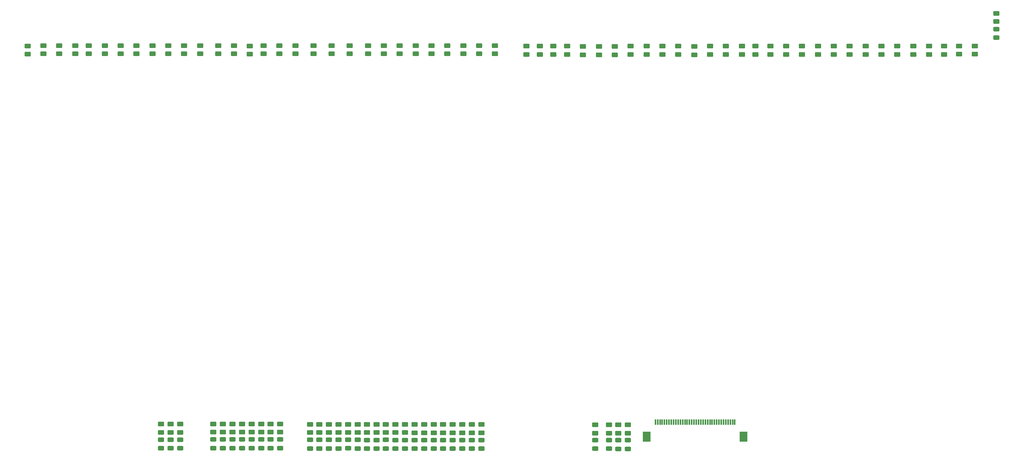
<source format=gbr>
%TF.GenerationSoftware,KiCad,Pcbnew,8.0.4*%
%TF.CreationDate,2025-02-24T13:32:17+01:00*%
%TF.ProjectId,RAMON_DEV,52414d4f-4e5f-4444-9556-2e6b69636164,rev?*%
%TF.SameCoordinates,Original*%
%TF.FileFunction,Paste,Top*%
%TF.FilePolarity,Positive*%
%FSLAX46Y46*%
G04 Gerber Fmt 4.6, Leading zero omitted, Abs format (unit mm)*
G04 Created by KiCad (PCBNEW 8.0.4) date 2025-02-24 13:32:17*
%MOMM*%
%LPD*%
G01*
G04 APERTURE LIST*
G04 Aperture macros list*
%AMRoundRect*
0 Rectangle with rounded corners*
0 $1 Rounding radius*
0 $2 $3 $4 $5 $6 $7 $8 $9 X,Y pos of 4 corners*
0 Add a 4 corners polygon primitive as box body*
4,1,4,$2,$3,$4,$5,$6,$7,$8,$9,$2,$3,0*
0 Add four circle primitives for the rounded corners*
1,1,$1+$1,$2,$3*
1,1,$1+$1,$4,$5*
1,1,$1+$1,$6,$7*
1,1,$1+$1,$8,$9*
0 Add four rect primitives between the rounded corners*
20,1,$1+$1,$2,$3,$4,$5,0*
20,1,$1+$1,$4,$5,$6,$7,0*
20,1,$1+$1,$6,$7,$8,$9,0*
20,1,$1+$1,$8,$9,$2,$3,0*%
G04 Aperture macros list end*
%ADD10RoundRect,0.250000X-0.450000X0.262500X-0.450000X-0.262500X0.450000X-0.262500X0.450000X0.262500X0*%
%ADD11RoundRect,0.250000X0.450000X-0.262500X0.450000X0.262500X-0.450000X0.262500X-0.450000X-0.262500X0*%
%ADD12RoundRect,0.243750X0.456250X-0.243750X0.456250X0.243750X-0.456250X0.243750X-0.456250X-0.243750X0*%
%ADD13R,1.800000X2.200000*%
%ADD14R,0.300000X1.300000*%
G04 APERTURE END LIST*
D10*
%TO.C,R8*%
X209860000Y-63390000D03*
X209860000Y-61565000D03*
%TD*%
D11*
%TO.C,R79*%
X120985000Y-144977500D03*
X120985000Y-146802500D03*
%TD*%
D12*
%TO.C,D23*%
X137785000Y-148477500D03*
X137785000Y-150352500D03*
%TD*%
%TO.C,D29*%
X79835000Y-148402500D03*
X79835000Y-150277500D03*
%TD*%
D10*
%TO.C,R52*%
X135210000Y-63227500D03*
X135210000Y-61402500D03*
%TD*%
D11*
%TO.C,R72*%
X99785000Y-144902500D03*
X99785000Y-146727500D03*
%TD*%
D10*
%TO.C,R26*%
X213360000Y-63390000D03*
X213360000Y-61565000D03*
%TD*%
%TO.C,R54*%
X105210000Y-63227500D03*
X105210000Y-61402500D03*
%TD*%
%TO.C,R21*%
X206560000Y-63390000D03*
X206560000Y-61565000D03*
%TD*%
D12*
%TO.C,D27*%
X146185000Y-148477500D03*
X146185000Y-150352500D03*
%TD*%
D10*
%TO.C,R59*%
X149210000Y-63227500D03*
X149210000Y-61402500D03*
%TD*%
D11*
%TO.C,R95*%
X259660000Y-54290000D03*
X259660000Y-56115000D03*
%TD*%
%TO.C,R99*%
X178460000Y-145115000D03*
X178460000Y-146940000D03*
%TD*%
D12*
%TO.C,D20*%
X131485000Y-148477500D03*
X131485000Y-150352500D03*
%TD*%
%TO.C,D13*%
X116835000Y-148415000D03*
X116835000Y-150290000D03*
%TD*%
D10*
%TO.C,R55*%
X98210000Y-63227500D03*
X98210000Y-61402500D03*
%TD*%
D12*
%TO.C,D26*%
X144085000Y-148477500D03*
X144085000Y-150352500D03*
%TD*%
D11*
%TO.C,R77*%
X116835000Y-144977500D03*
X116835000Y-146802500D03*
%TD*%
%TO.C,R69*%
X93485000Y-144902500D03*
X93485000Y-146727500D03*
%TD*%
%TO.C,R75*%
X112635000Y-144977500D03*
X112635000Y-146802500D03*
%TD*%
D12*
%TO.C,D18*%
X127285000Y-148452500D03*
X127285000Y-150327500D03*
%TD*%
D10*
%TO.C,R44*%
X88210000Y-63227500D03*
X88210000Y-61402500D03*
%TD*%
D12*
%TO.C,D30*%
X77735000Y-148390000D03*
X77735000Y-150265000D03*
%TD*%
D10*
%TO.C,R20*%
X165110000Y-63390000D03*
X165110000Y-61565000D03*
%TD*%
D12*
%TO.C,D9*%
X101885000Y-148352500D03*
X101885000Y-150227500D03*
%TD*%
D11*
%TO.C,R94*%
X77735000Y-144940000D03*
X77735000Y-146765000D03*
%TD*%
D10*
%TO.C,R51*%
X128210000Y-63227500D03*
X128210000Y-61402500D03*
%TD*%
%TO.C,R46*%
X53210000Y-63227500D03*
X53210000Y-61402500D03*
%TD*%
%TO.C,R39*%
X101710000Y-63227500D03*
X101710000Y-61402500D03*
%TD*%
%TO.C,R42*%
X117210000Y-63227500D03*
X117210000Y-61402500D03*
%TD*%
D12*
%TO.C,D14*%
X118935000Y-148427500D03*
X118935000Y-150302500D03*
%TD*%
D10*
%TO.C,R1*%
X251460000Y-63315000D03*
X251460000Y-61490000D03*
%TD*%
D12*
%TO.C,D11*%
X112635000Y-148427500D03*
X112635000Y-150302500D03*
%TD*%
D10*
%TO.C,R57*%
X70210000Y-63227500D03*
X70210000Y-61402500D03*
%TD*%
D12*
%TO.C,D10*%
X110535000Y-148427500D03*
X110535000Y-150302500D03*
%TD*%
D10*
%TO.C,R27*%
X156110000Y-63390000D03*
X156110000Y-61565000D03*
%TD*%
D11*
%TO.C,R82*%
X127285000Y-144977500D03*
X127285000Y-146802500D03*
%TD*%
D10*
%TO.C,R12*%
X216860000Y-63390000D03*
X216860000Y-61565000D03*
%TD*%
%TO.C,R35*%
X113210000Y-63227500D03*
X113210000Y-61402500D03*
%TD*%
%TO.C,R17*%
X168610000Y-63477500D03*
X168610000Y-61652500D03*
%TD*%
%TO.C,R41*%
X124710000Y-63227500D03*
X124710000Y-61402500D03*
%TD*%
%TO.C,R5*%
X234360000Y-63390000D03*
X234360000Y-61565000D03*
%TD*%
D11*
%TO.C,R91*%
X146185000Y-145027500D03*
X146185000Y-146852500D03*
%TD*%
D10*
%TO.C,R16*%
X241360000Y-63390000D03*
X241360000Y-61565000D03*
%TD*%
D11*
%TO.C,R66*%
X87135000Y-144902500D03*
X87135000Y-146727500D03*
%TD*%
D12*
%TO.C,D28*%
X75585000Y-148415000D03*
X75585000Y-150290000D03*
%TD*%
D11*
%TO.C,R86*%
X135685000Y-145027500D03*
X135685000Y-146852500D03*
%TD*%
D10*
%TO.C,R63*%
X142210000Y-63227500D03*
X142210000Y-61402500D03*
%TD*%
%TO.C,R19*%
X172110000Y-63477500D03*
X172110000Y-61652500D03*
%TD*%
%TO.C,R4*%
X179110000Y-63390000D03*
X179110000Y-61565000D03*
%TD*%
%TO.C,R56*%
X109210000Y-63227500D03*
X109210000Y-61402500D03*
%TD*%
D12*
%TO.C,D33*%
X174310000Y-148474998D03*
X174310000Y-150350000D03*
%TD*%
D11*
%TO.C,R84*%
X131485000Y-145027500D03*
X131485000Y-146852500D03*
%TD*%
%TO.C,R73*%
X101885000Y-144902500D03*
X101885000Y-146727500D03*
%TD*%
D10*
%TO.C,R7*%
X203610000Y-63390000D03*
X203610000Y-61565000D03*
%TD*%
D12*
%TO.C,D32*%
X171270000Y-148444998D03*
X171270000Y-150320000D03*
%TD*%
D10*
%TO.C,R31*%
X162060000Y-63390000D03*
X162060000Y-61565000D03*
%TD*%
%TO.C,R49*%
X138710000Y-63227500D03*
X138710000Y-61402500D03*
%TD*%
D11*
%TO.C,R97*%
X174310000Y-145115000D03*
X174310000Y-146940000D03*
%TD*%
D10*
%TO.C,R3*%
X186110000Y-63390000D03*
X186110000Y-61565000D03*
%TD*%
%TO.C,R60*%
X77210000Y-63227500D03*
X77210000Y-61402500D03*
%TD*%
%TO.C,R28*%
X220360000Y-63390000D03*
X220360000Y-61565000D03*
%TD*%
%TO.C,R9*%
X182610000Y-63390000D03*
X182610000Y-61565000D03*
%TD*%
D12*
%TO.C,D16*%
X123085000Y-148452500D03*
X123085000Y-150327500D03*
%TD*%
D10*
%TO.C,R37*%
X66710000Y-63227500D03*
X66710000Y-61402500D03*
%TD*%
D11*
%TO.C,R93*%
X79835000Y-144940000D03*
X79835000Y-146765000D03*
%TD*%
%TO.C,R96*%
X171260001Y-145090001D03*
X171260001Y-146915001D03*
%TD*%
%TO.C,R68*%
X91385000Y-144902500D03*
X91385000Y-146727500D03*
%TD*%
D12*
%TO.C,D21*%
X133585000Y-148477500D03*
X133585000Y-150352500D03*
%TD*%
D11*
%TO.C,R65*%
X108435000Y-144977500D03*
X108435000Y-146802500D03*
%TD*%
D10*
%TO.C,R6*%
X227360000Y-63390000D03*
X227360000Y-61565000D03*
%TD*%
D11*
%TO.C,R87*%
X137785000Y-145027500D03*
X137785000Y-146852500D03*
%TD*%
D12*
%TO.C,D25*%
X141985000Y-148477500D03*
X141985000Y-150352500D03*
%TD*%
D11*
%TO.C,R74*%
X110535000Y-144977500D03*
X110535000Y-146802500D03*
%TD*%
D12*
%TO.C,D15*%
X120985000Y-148452500D03*
X120985000Y-150327500D03*
%TD*%
D10*
%TO.C,R53*%
X91710000Y-63227500D03*
X91710000Y-61402500D03*
%TD*%
%TO.C,R22*%
X193110000Y-63477500D03*
X193110000Y-61652500D03*
%TD*%
D12*
%TO.C,D1*%
X108435000Y-148427500D03*
X108435000Y-150302500D03*
%TD*%
D10*
%TO.C,R64*%
X145710000Y-63227500D03*
X145710000Y-61402500D03*
%TD*%
D11*
%TO.C,R80*%
X123085000Y-144977500D03*
X123085000Y-146802500D03*
%TD*%
D10*
%TO.C,R45*%
X56710000Y-63227500D03*
X56710000Y-61402500D03*
%TD*%
D12*
%TO.C,D8*%
X99785000Y-148352500D03*
X99785000Y-150227500D03*
%TD*%
D11*
%TO.C,R76*%
X114735000Y-144977500D03*
X114735000Y-146802500D03*
%TD*%
D12*
%TO.C,D6*%
X95585000Y-148352500D03*
X95585000Y-150227500D03*
%TD*%
%TO.C,D7*%
X97685000Y-148352500D03*
X97685000Y-150227500D03*
%TD*%
D10*
%TO.C,R47*%
X63210000Y-63227500D03*
X63210000Y-61402500D03*
%TD*%
D12*
%TO.C,D34*%
X176385001Y-148514998D03*
X176385001Y-150390000D03*
%TD*%
%TO.C,D2*%
X87135000Y-148352500D03*
X87135000Y-150227500D03*
%TD*%
%TO.C,D5*%
X93485000Y-148352500D03*
X93485000Y-150227500D03*
%TD*%
D10*
%TO.C,R11*%
X223860000Y-63390000D03*
X223860000Y-61565000D03*
%TD*%
%TO.C,R34*%
X46210000Y-63315000D03*
X46210000Y-61490000D03*
%TD*%
%TO.C,R15*%
X237860000Y-63390000D03*
X237860000Y-61565000D03*
%TD*%
%TO.C,R43*%
X80710000Y-63227500D03*
X80710000Y-61402500D03*
%TD*%
%TO.C,R58*%
X84210000Y-63227500D03*
X84210000Y-61402500D03*
%TD*%
D11*
%TO.C,R89*%
X141985000Y-145027500D03*
X141985000Y-146852500D03*
%TD*%
%TO.C,R67*%
X89235000Y-144902500D03*
X89235000Y-146727500D03*
%TD*%
D10*
%TO.C,R48*%
X59710000Y-63227500D03*
X59710000Y-61402500D03*
%TD*%
D12*
%TO.C,D35*%
X178460000Y-148514998D03*
X178460000Y-150390000D03*
%TD*%
D11*
%TO.C,R85*%
X133585000Y-145027500D03*
X133585000Y-146852500D03*
%TD*%
D10*
%TO.C,R24*%
X196610000Y-63390000D03*
X196610000Y-61565000D03*
%TD*%
%TO.C,R2*%
X254960000Y-63315000D03*
X254960000Y-61490000D03*
%TD*%
D12*
%TO.C,D17*%
X125185000Y-148427500D03*
X125185000Y-150302500D03*
%TD*%
D10*
%TO.C,R18*%
X175610000Y-63477500D03*
X175610000Y-61652500D03*
%TD*%
D11*
%TO.C,R83*%
X129385000Y-144990000D03*
X129385000Y-146815000D03*
%TD*%
D10*
%TO.C,R36*%
X121210000Y-63227500D03*
X121210000Y-61402500D03*
%TD*%
%TO.C,R38*%
X73710000Y-63227500D03*
X73710000Y-61402500D03*
%TD*%
D12*
%TO.C,D4*%
X91385000Y-148352500D03*
X91385000Y-150227500D03*
%TD*%
%TO.C,D24*%
X139885000Y-148477500D03*
X139885000Y-150352500D03*
%TD*%
D11*
%TO.C,R70*%
X95585000Y-144902500D03*
X95585000Y-146727500D03*
%TD*%
D10*
%TO.C,R25*%
X230860000Y-63390000D03*
X230860000Y-61565000D03*
%TD*%
%TO.C,R13*%
X244860000Y-63390000D03*
X244860000Y-61565000D03*
%TD*%
D11*
%TO.C,R90*%
X144085000Y-145027500D03*
X144085000Y-146852500D03*
%TD*%
D10*
%TO.C,R40*%
X95210000Y-63315000D03*
X95210000Y-61490000D03*
%TD*%
D11*
%TO.C,R71*%
X97685000Y-144902500D03*
X97685000Y-146727500D03*
%TD*%
D12*
%TO.C,D22*%
X135685000Y-148477500D03*
X135685000Y-150352500D03*
%TD*%
%TO.C,D19*%
X129385000Y-148477500D03*
X129385000Y-150352500D03*
%TD*%
D11*
%TO.C,R78*%
X118935000Y-144977500D03*
X118935000Y-146802500D03*
%TD*%
D10*
%TO.C,R10*%
X189610000Y-63390000D03*
X189610000Y-61565000D03*
%TD*%
%TO.C,R23*%
X200110000Y-63390000D03*
X200110000Y-61565000D03*
%TD*%
%TO.C,R33*%
X49710000Y-63227500D03*
X49710000Y-61402500D03*
%TD*%
D12*
%TO.C,D31*%
X259689999Y-57814998D03*
X259689999Y-59690000D03*
%TD*%
D11*
%TO.C,R88*%
X139885000Y-145027500D03*
X139885000Y-146852500D03*
%TD*%
D12*
%TO.C,D3*%
X89235000Y-148352500D03*
X89235000Y-150227500D03*
%TD*%
D10*
%TO.C,R50*%
X131710000Y-63227500D03*
X131710000Y-61402500D03*
%TD*%
D11*
%TO.C,R98*%
X176385001Y-145115000D03*
X176385001Y-146940000D03*
%TD*%
%TO.C,R92*%
X75585000Y-144965000D03*
X75585000Y-146790000D03*
%TD*%
D12*
%TO.C,D12*%
X114735000Y-148427500D03*
X114735000Y-150302500D03*
%TD*%
D11*
%TO.C,R81*%
X125185000Y-144977500D03*
X125185000Y-146802500D03*
%TD*%
D13*
%TO.C,J4*%
X203960000Y-147740000D03*
X182660000Y-147740000D03*
D14*
X202060000Y-144490000D03*
X201559999Y-144490000D03*
X201060000Y-144490000D03*
X200560000Y-144490000D03*
X200060000Y-144490000D03*
X199560000Y-144490000D03*
X199060000Y-144489999D03*
X198560000Y-144490000D03*
X198060000Y-144490000D03*
X197560000Y-144490000D03*
X197060000Y-144490000D03*
X196560000Y-144489999D03*
X196060000Y-144490000D03*
X195560000Y-144490000D03*
X195059999Y-144490000D03*
X194560000Y-144490000D03*
X194060001Y-144490000D03*
X193560000Y-144490000D03*
X193060000Y-144490000D03*
X192559999Y-144490000D03*
X192060000Y-144490000D03*
X191560001Y-144490000D03*
X191060000Y-144490000D03*
X190560000Y-144490000D03*
X190060000Y-144489999D03*
X189560000Y-144490000D03*
X189060000Y-144490000D03*
X188560000Y-144490000D03*
X188060000Y-144490000D03*
X187560000Y-144489999D03*
X187060000Y-144490000D03*
X186560000Y-144490000D03*
X186060000Y-144490000D03*
X185560000Y-144490000D03*
X185060001Y-144490000D03*
X184560000Y-144490000D03*
%TD*%
D10*
%TO.C,R14*%
X248160000Y-63390000D03*
X248160000Y-61565000D03*
%TD*%
%TO.C,R32*%
X159110000Y-63390000D03*
X159110000Y-61565000D03*
%TD*%
M02*

</source>
